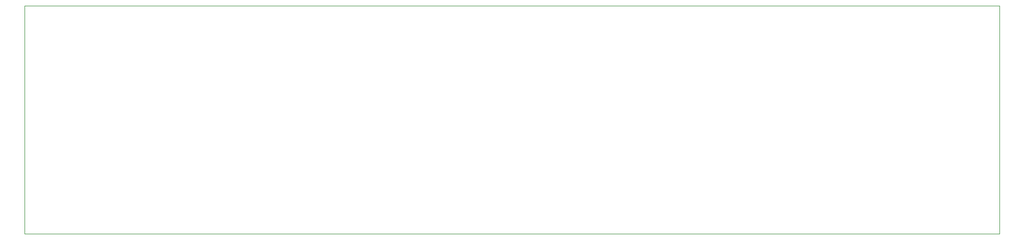
<source format=gbr>
G04 #@! TF.GenerationSoftware,KiCad,Pcbnew,(5.1.0)-1*
G04 #@! TF.CreationDate,2019-06-01T21:06:23-04:00*
G04 #@! TF.ProjectId,preample,70726561-6d70-46c6-952e-6b696361645f,rev?*
G04 #@! TF.SameCoordinates,Original*
G04 #@! TF.FileFunction,Profile,NP*
%FSLAX46Y46*%
G04 Gerber Fmt 4.6, Leading zero omitted, Abs format (unit mm)*
G04 Created by KiCad (PCBNEW (5.1.0)-1) date 2019-06-01 21:06:23*
%MOMM*%
%LPD*%
G04 APERTURE LIST*
%ADD10C,0.120000*%
G04 APERTURE END LIST*
D10*
X46089000Y-86911000D02*
X46089000Y-49911000D01*
X204089000Y-49911000D02*
X204089000Y-86911000D01*
X46089000Y-86911000D02*
X204089000Y-86911000D01*
X46089000Y-49911000D02*
X204089000Y-49911000D01*
M02*

</source>
